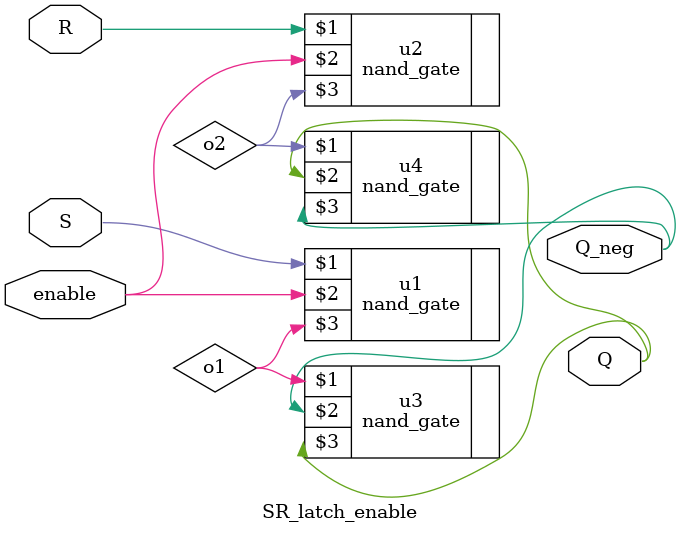
<source format=v>
`timescale 1ns / 1ps

module SR_latch_enable(
    input S,
    input R,
    input enable,
    output Q,
    output Q_neg
    );
    
    wire o1,o2;

    nand_gate u1(S,enable,o1);
    nand_gate u2(R,enable,o2);
    nand_gate u3(o1,Q_neg,Q);
    nand_gate u4(o2,Q,Q_neg);


endmodule

</source>
